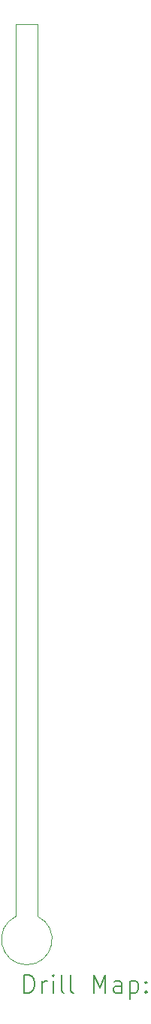
<source format=gbr>
%TF.GenerationSoftware,KiCad,Pcbnew,8.0.7-8.0.7-0~ubuntu24.04.1*%
%TF.CreationDate,2024-12-31T17:41:06-07:00*%
%TF.ProjectId,MA735 encoder board,4d413733-3520-4656-9e63-6f6465722062,rev?*%
%TF.SameCoordinates,Original*%
%TF.FileFunction,Drillmap*%
%TF.FilePolarity,Positive*%
%FSLAX45Y45*%
G04 Gerber Fmt 4.5, Leading zero omitted, Abs format (unit mm)*
G04 Created by KiCad (PCBNEW 8.0.7-8.0.7-0~ubuntu24.04.1) date 2024-12-31 17:41:06*
%MOMM*%
%LPD*%
G01*
G04 APERTURE LIST*
%ADD10C,0.050000*%
%ADD11C,0.200000*%
G04 APERTURE END LIST*
D10*
X15400000Y-12910000D02*
G75*
G02*
X15160000Y-12910000I-120000J-258707D01*
G01*
X15400000Y-2910000D02*
X15160000Y-2910000D01*
X15400000Y-2910000D02*
X15400000Y-12910000D01*
X15160000Y-2910000D02*
X15160000Y-12910000D01*
D11*
X15253094Y-13767874D02*
X15253094Y-13567874D01*
X15253094Y-13567874D02*
X15300713Y-13567874D01*
X15300713Y-13567874D02*
X15329284Y-13577398D01*
X15329284Y-13577398D02*
X15348332Y-13596445D01*
X15348332Y-13596445D02*
X15357856Y-13615493D01*
X15357856Y-13615493D02*
X15367379Y-13653588D01*
X15367379Y-13653588D02*
X15367379Y-13682160D01*
X15367379Y-13682160D02*
X15357856Y-13720255D01*
X15357856Y-13720255D02*
X15348332Y-13739302D01*
X15348332Y-13739302D02*
X15329284Y-13758350D01*
X15329284Y-13758350D02*
X15300713Y-13767874D01*
X15300713Y-13767874D02*
X15253094Y-13767874D01*
X15453094Y-13767874D02*
X15453094Y-13634540D01*
X15453094Y-13672636D02*
X15462618Y-13653588D01*
X15462618Y-13653588D02*
X15472141Y-13644064D01*
X15472141Y-13644064D02*
X15491189Y-13634540D01*
X15491189Y-13634540D02*
X15510237Y-13634540D01*
X15576903Y-13767874D02*
X15576903Y-13634540D01*
X15576903Y-13567874D02*
X15567379Y-13577398D01*
X15567379Y-13577398D02*
X15576903Y-13586921D01*
X15576903Y-13586921D02*
X15586427Y-13577398D01*
X15586427Y-13577398D02*
X15576903Y-13567874D01*
X15576903Y-13567874D02*
X15576903Y-13586921D01*
X15700713Y-13767874D02*
X15681665Y-13758350D01*
X15681665Y-13758350D02*
X15672141Y-13739302D01*
X15672141Y-13739302D02*
X15672141Y-13567874D01*
X15805475Y-13767874D02*
X15786427Y-13758350D01*
X15786427Y-13758350D02*
X15776903Y-13739302D01*
X15776903Y-13739302D02*
X15776903Y-13567874D01*
X16034046Y-13767874D02*
X16034046Y-13567874D01*
X16034046Y-13567874D02*
X16100713Y-13710731D01*
X16100713Y-13710731D02*
X16167379Y-13567874D01*
X16167379Y-13567874D02*
X16167379Y-13767874D01*
X16348332Y-13767874D02*
X16348332Y-13663112D01*
X16348332Y-13663112D02*
X16338808Y-13644064D01*
X16338808Y-13644064D02*
X16319760Y-13634540D01*
X16319760Y-13634540D02*
X16281665Y-13634540D01*
X16281665Y-13634540D02*
X16262618Y-13644064D01*
X16348332Y-13758350D02*
X16329284Y-13767874D01*
X16329284Y-13767874D02*
X16281665Y-13767874D01*
X16281665Y-13767874D02*
X16262618Y-13758350D01*
X16262618Y-13758350D02*
X16253094Y-13739302D01*
X16253094Y-13739302D02*
X16253094Y-13720255D01*
X16253094Y-13720255D02*
X16262618Y-13701207D01*
X16262618Y-13701207D02*
X16281665Y-13691683D01*
X16281665Y-13691683D02*
X16329284Y-13691683D01*
X16329284Y-13691683D02*
X16348332Y-13682160D01*
X16443570Y-13634540D02*
X16443570Y-13834540D01*
X16443570Y-13644064D02*
X16462618Y-13634540D01*
X16462618Y-13634540D02*
X16500713Y-13634540D01*
X16500713Y-13634540D02*
X16519760Y-13644064D01*
X16519760Y-13644064D02*
X16529284Y-13653588D01*
X16529284Y-13653588D02*
X16538808Y-13672636D01*
X16538808Y-13672636D02*
X16538808Y-13729779D01*
X16538808Y-13729779D02*
X16529284Y-13748826D01*
X16529284Y-13748826D02*
X16519760Y-13758350D01*
X16519760Y-13758350D02*
X16500713Y-13767874D01*
X16500713Y-13767874D02*
X16462618Y-13767874D01*
X16462618Y-13767874D02*
X16443570Y-13758350D01*
X16624522Y-13748826D02*
X16634046Y-13758350D01*
X16634046Y-13758350D02*
X16624522Y-13767874D01*
X16624522Y-13767874D02*
X16614999Y-13758350D01*
X16614999Y-13758350D02*
X16624522Y-13748826D01*
X16624522Y-13748826D02*
X16624522Y-13767874D01*
X16624522Y-13644064D02*
X16634046Y-13653588D01*
X16634046Y-13653588D02*
X16624522Y-13663112D01*
X16624522Y-13663112D02*
X16614999Y-13653588D01*
X16614999Y-13653588D02*
X16624522Y-13644064D01*
X16624522Y-13644064D02*
X16624522Y-13663112D01*
M02*

</source>
